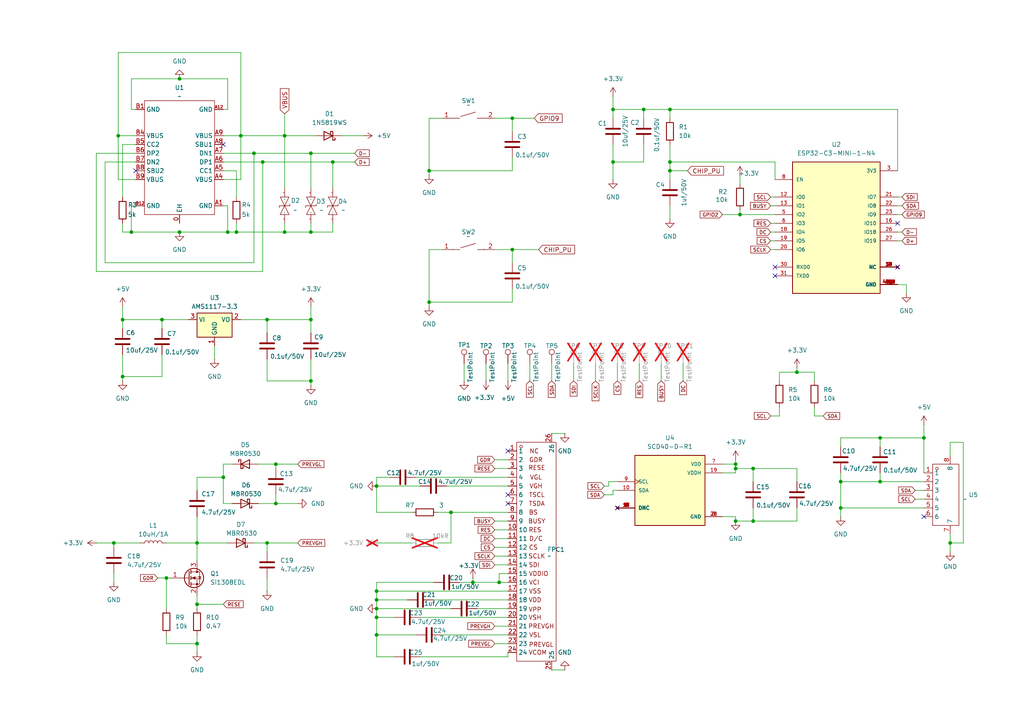
<source format=kicad_sch>
(kicad_sch (version 20250114) (generator "eeschema") (generator_version "9.0")
  (paper "A4")
  (junction (at 267.97 127))
  (junction (at 57.15 175.26))
  (junction (at 69.85 39.37))
  (junction (at 64.77 138.43))
  (junction (at 52.07 22.86))
  (junction (at 177.8 46.99))
  (junction (at 90.17 92.71))
  (junction (at 144.78 168.91))
  (junction (at 109.22 176.53))
  (junction (at 194.31 49.53))
  (junction (at 52.07 67.31))
  (junction (at 148.59 34.29))
  (junction (at 77.47 157.48))
  (junction (at 109.22 179.07))
  (junction (at 218.44 151.13))
  (junction (at 35.56 92.71))
  (junction (at 68.58 67.31))
  (junction (at 90.17 67.31))
  (junction (at 77.47 92.71))
  (junction (at 214.63 62.23))
  (junction (at 80.01 146.05))
  (junction (at 109.22 140.97))
  (junction (at 82.55 39.37))
  (junction (at 213.36 134.62))
  (junction (at 38.1 67.31))
  (junction (at 255.27 127))
  (junction (at 275.59 157.48))
  (junction (at 109.22 173.99))
  (junction (at 76.2 46.99))
  (junction (at 213.36 151.13))
  (junction (at 109.22 184.15))
  (junction (at 66.04 67.31))
  (junction (at 255.27 139.7))
  (junction (at 177.8 31.75))
  (junction (at 33.02 157.48))
  (junction (at 46.99 92.71))
  (junction (at 194.31 31.75))
  (junction (at 194.31 46.99))
  (junction (at 80.01 134.62))
  (junction (at 34.29 39.37))
  (junction (at 90.17 44.45))
  (junction (at 90.17 110.49))
  (junction (at 213.36 135.89))
  (junction (at 218.44 135.89))
  (junction (at 137.16 168.91))
  (junction (at 124.46 49.53))
  (junction (at 124.46 87.63))
  (junction (at 96.52 46.99))
  (junction (at 109.22 171.45))
  (junction (at 231.14 107.95))
  (junction (at 73.66 44.45))
  (junction (at 35.56 109.22))
  (junction (at 243.84 147.32))
  (junction (at 130.81 148.59))
  (junction (at 82.55 67.31))
  (junction (at 243.84 139.7))
  (junction (at 48.26 167.64))
  (junction (at 57.15 186.69))
  (junction (at 57.15 157.48))
  (junction (at 186.69 31.75))
  (junction (at 148.59 72.39))
  (no_connect (at 64.77 41.91))
  (no_connect (at 147.32 130.81))
  (no_connect (at 260.35 64.77))
  (no_connect (at 224.79 77.47))
  (no_connect (at 224.79 80.01))
  (no_connect (at 147.32 143.51))
  (no_connect (at 147.32 146.05))
  (no_connect (at 39.37 49.53))
  (no_connect (at 260.35 77.47))
  (no_connect (at 179.07 147.32))
  (no_connect (at 267.97 149.86))
  (wire (pts (xy 57.15 142.24) (xy 57.15 138.43)))
  (wire (pts (xy 64.77 49.53) (xy 68.58 49.53)))
  (wire (pts (xy 57.15 157.48) (xy 57.15 162.56)))
  (wire (pts (xy 143.51 186.69) (xy 147.32 186.69)))
  (wire (pts (xy 177.8 142.24) (xy 179.07 142.24)))
  (wire (pts (xy 275.59 157.48) (xy 275.59 154.94)))
  (wire (pts (xy 77.47 104.14) (xy 77.47 110.49)))
  (wire (pts (xy 209.55 62.23) (xy 214.63 62.23)))
  (wire (pts (xy 33.02 166.37) (xy 33.02 168.91)))
  (wire (pts (xy 64.77 52.07) (xy 69.85 52.07)))
  (wire (pts (xy 64.77 46.99) (xy 76.2 46.99)))
  (wire (pts (xy 73.66 44.45) (xy 90.17 44.45)))
  (wire (pts (xy 279.4 128.27) (xy 279.4 157.48)))
  (wire (pts (xy 69.85 15.24) (xy 69.85 39.37)))
  (wire (pts (xy 128.27 184.15) (xy 147.32 184.15)))
  (wire (pts (xy 209.55 134.62) (xy 213.36 134.62)))
  (wire (pts (xy 114.3 190.5) (xy 109.22 190.5)))
  (wire (pts (xy 35.56 67.31) (xy 38.1 67.31)))
  (wire (pts (xy 77.47 96.52) (xy 77.47 92.71)))
  (wire (pts (xy 120.65 138.43) (xy 147.32 138.43)))
  (wire (pts (xy 213.36 149.86) (xy 213.36 151.13)))
  (wire (pts (xy 34.29 39.37) (xy 34.29 15.24)))
  (wire (pts (xy 255.27 127) (xy 267.97 127)))
  (wire (pts (xy 66.04 67.31) (xy 68.58 67.31)))
  (wire (pts (xy 226.06 120.65) (xy 226.06 118.11)))
  (wire (pts (xy 80.01 134.62) (xy 86.36 134.62)))
  (wire (pts (xy 35.56 92.71) (xy 46.99 92.71)))
  (wire (pts (xy 166.37 105.41) (xy 166.37 110.49)))
  (wire (pts (xy 77.47 157.48) (xy 86.36 157.48)))
  (wire (pts (xy 127 148.59) (xy 130.81 148.59)))
  (wire (pts (xy 186.69 46.99) (xy 177.8 46.99)))
  (wire (pts (xy 238.76 120.65) (xy 236.22 120.65)))
  (wire (pts (xy 69.85 92.71) (xy 77.47 92.71)))
  (wire (pts (xy 255.27 127) (xy 255.27 129.54)))
  (wire (pts (xy 57.15 186.69) (xy 57.15 189.23)))
  (wire (pts (xy 143.51 151.13) (xy 147.32 151.13)))
  (wire (pts (xy 64.77 138.43) (xy 64.77 146.05)))
  (wire (pts (xy 64.77 44.45) (xy 73.66 44.45)))
  (wire (pts (xy 144.78 168.91) (xy 147.32 168.91)))
  (wire (pts (xy 255.27 139.7) (xy 267.97 139.7)))
  (wire (pts (xy 35.56 102.87) (xy 35.56 109.22)))
  (wire (pts (xy 267.97 127) (xy 267.97 137.16)))
  (wire (pts (xy 119.38 148.59) (xy 109.22 148.59)))
  (wire (pts (xy 194.31 41.91) (xy 194.31 46.99)))
  (wire (pts (xy 109.22 184.15) (xy 109.22 190.5)))
  (wire (pts (xy 109.22 157.48) (xy 119.38 157.48)))
  (wire (pts (xy 137.16 167.64) (xy 137.16 168.91)))
  (wire (pts (xy 198.12 105.41) (xy 198.12 110.49)))
  (wire (pts (xy 125.73 173.99) (xy 147.32 173.99)))
  (wire (pts (xy 96.52 67.31) (xy 90.17 67.31)))
  (wire (pts (xy 64.77 134.62) (xy 64.77 138.43)))
  (wire (pts (xy 77.47 92.71) (xy 90.17 92.71)))
  (wire (pts (xy 68.58 67.31) (xy 82.55 67.31)))
  (wire (pts (xy 74.93 134.62) (xy 80.01 134.62)))
  (wire (pts (xy 194.31 46.99) (xy 224.79 46.99)))
  (wire (pts (xy 38.1 59.69) (xy 39.37 59.69)))
  (wire (pts (xy 64.77 59.69) (xy 66.04 59.69)))
  (wire (pts (xy 90.17 67.31) (xy 82.55 67.31)))
  (wire (pts (xy 66.04 157.48) (xy 57.15 157.48)))
  (wire (pts (xy 243.84 127) (xy 255.27 127)))
  (wire (pts (xy 177.8 27.94) (xy 177.8 31.75)))
  (wire (pts (xy 57.15 157.48) (xy 57.15 149.86)))
  (wire (pts (xy 76.2 78.74) (xy 76.2 46.99)))
  (wire (pts (xy 118.11 173.99) (xy 109.22 173.99)))
  (wire (pts (xy 231.14 139.7) (xy 231.14 135.89)))
  (wire (pts (xy 57.15 186.69) (xy 57.15 184.15)))
  (wire (pts (xy 275.59 128.27) (xy 275.59 132.08)))
  (wire (pts (xy 231.14 147.32) (xy 231.14 151.13)))
  (wire (pts (xy 214.63 62.23) (xy 224.79 62.23)))
  (wire (pts (xy 109.22 173.99) (xy 109.22 176.53)))
  (wire (pts (xy 130.81 157.48) (xy 130.81 148.59)))
  (wire (pts (xy 68.58 67.31) (xy 68.58 64.77)))
  (wire (pts (xy 236.22 110.49) (xy 236.22 107.95)))
  (wire (pts (xy 147.32 190.5) (xy 147.32 189.23)))
  (wire (pts (xy 226.06 110.49) (xy 226.06 107.95)))
  (wire (pts (xy 177.8 34.29) (xy 177.8 31.75)))
  (wire (pts (xy 223.52 69.85) (xy 224.79 69.85)))
  (wire (pts (xy 82.55 39.37) (xy 91.44 39.37)))
  (wire (pts (xy 143.51 153.67) (xy 147.32 153.67)))
  (wire (pts (xy 223.52 67.31) (xy 224.79 67.31)))
  (wire (pts (xy 172.72 105.41) (xy 172.72 110.49)))
  (wire (pts (xy 243.84 139.7) (xy 243.84 147.32)))
  (wire (pts (xy 186.69 34.29) (xy 186.69 31.75)))
  (wire (pts (xy 109.22 179.07) (xy 114.3 179.07)))
  (wire (pts (xy 57.15 175.26) (xy 57.15 176.53)))
  (wire (pts (xy 214.63 60.96) (xy 214.63 62.23)))
  (wire (pts (xy 213.36 137.16) (xy 209.55 137.16)))
  (wire (pts (xy 80.01 134.62) (xy 80.01 135.89)))
  (wire (pts (xy 267.97 123.19) (xy 267.97 127)))
  (wire (pts (xy 148.59 87.63) (xy 124.46 87.63)))
  (wire (pts (xy 243.84 147.32) (xy 267.97 147.32)))
  (wire (pts (xy 130.81 148.59) (xy 147.32 148.59)))
  (wire (pts (xy 148.59 49.53) (xy 124.46 49.53)))
  (wire (pts (xy 90.17 92.71) (xy 90.17 96.52)))
  (wire (pts (xy 66.04 31.75) (xy 64.77 31.75)))
  (wire (pts (xy 260.35 59.69) (xy 261.62 59.69)))
  (wire (pts (xy 64.77 146.05) (xy 67.31 146.05)))
  (wire (pts (xy 67.31 134.62) (xy 64.77 134.62)))
  (wire (pts (xy 34.29 15.24) (xy 69.85 15.24)))
  (wire (pts (xy 243.84 127) (xy 243.84 129.54)))
  (wire (pts (xy 218.44 135.89) (xy 213.36 135.89)))
  (wire (pts (xy 143.51 135.89) (xy 147.32 135.89)))
  (wire (pts (xy 236.22 120.65) (xy 236.22 118.11)))
  (wire (pts (xy 38.1 59.69) (xy 38.1 67.31)))
  (wire (pts (xy 80.01 143.51) (xy 80.01 146.05)))
  (wire (pts (xy 176.53 139.7) (xy 179.07 139.7)))
  (wire (pts (xy 38.1 67.31) (xy 52.07 67.31)))
  (wire (pts (xy 27.94 44.45) (xy 27.94 78.74)))
  (wire (pts (xy 133.35 168.91) (xy 137.16 168.91)))
  (wire (pts (xy 179.07 105.41) (xy 179.07 110.49)))
  (wire (pts (xy 74.93 146.05) (xy 80.01 146.05)))
  (wire (pts (xy 45.72 167.64) (xy 48.26 167.64)))
  (wire (pts (xy 124.46 72.39) (xy 124.46 87.63)))
  (wire (pts (xy 160.02 105.41) (xy 160.02 110.49)))
  (wire (pts (xy 148.59 76.2) (xy 148.59 72.39)))
  (wire (pts (xy 191.77 105.41) (xy 191.77 110.49)))
  (wire (pts (xy 66.04 22.86) (xy 52.07 22.86)))
  (wire (pts (xy 223.52 57.15) (xy 224.79 57.15)))
  (wire (pts (xy 34.29 39.37) (xy 39.37 39.37)))
  (wire (pts (xy 27.94 157.48) (xy 33.02 157.48)))
  (wire (pts (xy 128.27 72.39) (xy 124.46 72.39)))
  (wire (pts (xy 194.31 59.69) (xy 194.31 63.5)))
  (wire (pts (xy 129.54 140.97) (xy 147.32 140.97)))
  (wire (pts (xy 35.56 109.22) (xy 35.56 110.49)))
  (wire (pts (xy 109.22 184.15) (xy 120.65 184.15)))
  (wire (pts (xy 243.84 139.7) (xy 255.27 139.7)))
  (wire (pts (xy 48.26 167.64) (xy 48.26 176.53)))
  (wire (pts (xy 121.92 179.07) (xy 147.32 179.07)))
  (wire (pts (xy 148.59 38.1) (xy 148.59 34.29)))
  (wire (pts (xy 209.55 149.86) (xy 213.36 149.86)))
  (wire (pts (xy 64.77 39.37) (xy 69.85 39.37)))
  (wire (pts (xy 143.51 133.35) (xy 147.32 133.35)))
  (wire (pts (xy 109.22 171.45) (xy 109.22 173.99)))
  (wire (pts (xy 35.56 88.9) (xy 35.56 92.71)))
  (wire (pts (xy 186.69 41.91) (xy 186.69 46.99)))
  (wire (pts (xy 243.84 137.16) (xy 243.84 139.7)))
  (wire (pts (xy 48.26 157.48) (xy 57.15 157.48)))
  (wire (pts (xy 48.26 167.64) (xy 49.53 167.64)))
  (wire (pts (xy 177.8 142.24) (xy 177.8 143.51)))
  (wire (pts (xy 260.35 67.31) (xy 261.62 67.31)))
  (wire (pts (xy 223.52 72.39) (xy 224.79 72.39)))
  (wire (pts (xy 90.17 110.49) (xy 90.17 111.76)))
  (wire (pts (xy 147.32 171.45) (xy 109.22 171.45)))
  (wire (pts (xy 35.56 41.91) (xy 35.56 57.15)))
  (wire (pts (xy 260.35 57.15) (xy 261.62 57.15)))
  (wire (pts (xy 218.44 147.32) (xy 218.44 151.13)))
  (wire (pts (xy 40.64 157.48) (xy 33.02 157.48)))
  (wire (pts (xy 27.94 78.74) (xy 76.2 78.74)))
  (wire (pts (xy 143.51 181.61) (xy 147.32 181.61)))
  (wire (pts (xy 194.31 31.75) (xy 260.35 31.75)))
  (wire (pts (xy 185.42 105.41) (xy 185.42 110.49)))
  (wire (pts (xy 121.92 190.5) (xy 147.32 190.5)))
  (wire (pts (xy 77.47 157.48) (xy 77.47 160.02)))
  (wire (pts (xy 109.22 179.07) (xy 109.22 184.15)))
  (wire (pts (xy 243.84 149.86) (xy 243.84 147.32)))
  (wire (pts (xy 255.27 137.16) (xy 255.27 139.7)))
  (wire (pts (xy 48.26 186.69) (xy 57.15 186.69)))
  (wire (pts (xy 177.8 46.99) (xy 177.8 52.07)))
  (wire (pts (xy 231.14 151.13) (xy 218.44 151.13)))
  (wire (pts (xy 265.43 144.78) (xy 267.97 144.78)))
  (wire (pts (xy 124.46 34.29) (xy 124.46 49.53)))
  (wire (pts (xy 148.59 34.29) (xy 143.51 34.29)))
  (wire (pts (xy 213.36 134.62) (xy 213.36 135.89)))
  (wire (pts (xy 231.14 107.95) (xy 231.14 106.68)))
  (wire (pts (xy 66.04 31.75) (xy 66.04 22.86)))
  (wire (pts (xy 57.15 172.72) (xy 57.15 175.26)))
  (wire (pts (xy 186.69 31.75) (xy 194.31 31.75)))
  (wire (pts (xy 176.53 139.7) (xy 176.53 140.97)))
  (wire (pts (xy 57.15 175.26) (xy 64.77 175.26)))
  (wire (pts (xy 127 157.48) (xy 130.81 157.48)))
  (wire (pts (xy 194.31 49.53) (xy 194.31 52.07)))
  (wire (pts (xy 236.22 107.95) (xy 231.14 107.95)))
  (wire (pts (xy 176.53 140.97) (xy 175.26 140.97)))
  (wire (pts (xy 109.22 176.53) (xy 130.81 176.53)))
  (wire (pts (xy 177.8 31.75) (xy 186.69 31.75)))
  (wire (pts (xy 194.31 46.99) (xy 194.31 49.53)))
  (wire (pts (xy 62.23 100.33) (xy 62.23 104.14)))
  (wire (pts (xy 265.43 142.24) (xy 267.97 142.24)))
  (wire (pts (xy 96.52 46.99) (xy 96.52 54.61)))
  (wire (pts (xy 213.36 133.35) (xy 213.36 134.62)))
  (wire (pts (xy 90.17 44.45) (xy 102.87 44.45)))
  (wire (pts (xy 68.58 49.53) (xy 68.58 57.15)))
  (wire (pts (xy 77.47 167.64) (xy 77.47 171.45)))
  (wire (pts (xy 153.67 105.41) (xy 153.67 110.49)))
  (wire (pts (xy 80.01 146.05) (xy 86.36 146.05)))
  (wire (pts (xy 260.35 49.53) (xy 260.35 31.75)))
  (wire (pts (xy 218.44 151.13) (xy 213.36 151.13)))
  (wire (pts (xy 143.51 161.29) (xy 147.32 161.29)))
  (wire (pts (xy 90.17 44.45) (xy 90.17 54.61)))
  (wire (pts (xy 39.37 52.07) (xy 34.29 52.07)))
  (wire (pts (xy 30.48 46.99) (xy 30.48 76.2)))
  (wire (pts (xy 262.89 85.09) (xy 262.89 82.55)))
  (wire (pts (xy 35.56 92.71) (xy 35.56 95.25)))
  (wire (pts (xy 69.85 52.07) (xy 69.85 39.37)))
  (wire (pts (xy 148.59 34.29) (xy 154.94 34.29)))
  (wire (pts (xy 140.97 105.41) (xy 140.97 110.49)))
  (wire (pts (xy 66.04 59.69) (xy 66.04 67.31)))
  (wire (pts (xy 137.16 168.91) (xy 144.78 168.91)))
  (wire (pts (xy 34.29 52.07) (xy 34.29 39.37)))
  (wire (pts (xy 143.51 158.75) (xy 147.32 158.75)))
  (wire (pts (xy 30.48 76.2) (xy 73.66 76.2)))
  (wire (pts (xy 90.17 88.9) (xy 90.17 92.71)))
  (wire (pts (xy 160.02 194.31) (xy 163.83 194.31)))
  (wire (pts (xy 69.85 39.37) (xy 82.55 39.37)))
  (wire (pts (xy 109.22 148.59) (xy 109.22 140.97)))
  (wire (pts (xy 177.8 41.91) (xy 177.8 46.99)))
  (wire (pts (xy 275.59 128.27) (xy 279.4 128.27)))
  (wire (pts (xy 46.99 92.71) (xy 54.61 92.71)))
  (wire (pts (xy 90.17 64.77) (xy 90.17 67.31)))
  (wire (pts (xy 160.02 125.73) (xy 163.83 125.73)))
  (wire (pts (xy 194.31 49.53) (xy 199.39 49.53)))
  (wire (pts (xy 231.14 135.89) (xy 218.44 135.89)))
  (wire (pts (xy 194.31 31.75) (xy 194.31 34.29)))
  (wire (pts (xy 33.02 157.48) (xy 33.02 158.75)))
  (wire (pts (xy 147.32 105.41) (xy 147.32 110.49)))
  (wire (pts (xy 73.66 157.48) (xy 77.47 157.48)))
  (wire (pts (xy 77.47 110.49) (xy 90.17 110.49)))
  (wire (pts (xy 226.06 107.95) (xy 231.14 107.95)))
  (wire (pts (xy 113.03 138.43) (xy 109.22 138.43)))
  (wire (pts (xy 148.59 83.82) (xy 148.59 87.63)))
  (wire (pts (xy 125.73 168.91) (xy 109.22 168.91)))
  (wire (pts (xy 275.59 160.02) (xy 275.59 157.48)))
  (wire (pts (xy 46.99 95.25) (xy 46.99 92.71)))
  (wire (pts (xy 262.89 82.55) (xy 260.35 82.55)))
  (wire (pts (xy 279.4 157.48) (xy 275.59 157.48)))
  (wire (pts (xy 224.79 46.99) (xy 224.79 52.07)))
  (wire (pts (xy 124.46 87.63) (xy 124.46 88.9)))
  (wire (pts (xy 214.63 50.8) (xy 214.63 53.34)))
  (wire (pts (xy 124.46 34.29) (xy 128.27 34.29)))
  (wire (pts (xy 46.99 102.87) (xy 46.99 109.22)))
  (wire (pts (xy 82.55 39.37) (xy 82.55 54.61)))
  (wire (pts (xy 35.56 67.31) (xy 35.56 64.77)))
  (wire (pts (xy 109.22 176.53) (xy 109.22 179.07)))
  (wire (pts (xy 124.46 49.53) (xy 124.46 50.8)))
  (wire (pts (xy 218.44 139.7) (xy 218.44 135.89)))
  (wire (pts (xy 96.52 46.99) (xy 102.87 46.99)))
  (wire (pts (xy 213.36 135.89) (xy 213.36 137.16)))
  (wire (pts (xy 147.32 166.37) (xy 144.78 166.37)))
  (wire (pts (xy 99.06 39.37) (xy 105.41 39.37)))
  (wire (pts (xy 48.26 184.15) (xy 48.26 186.69)))
  (wire (pts (xy 134.62 105.41) (xy 134.62 110.49)))
  (wire (pts (xy 82.55 33.02) (xy 82.55 39.37)))
  (wire (pts (xy 38.1 22.86) (xy 52.07 22.86)))
  (wire (pts (xy 82.55 64.77) (xy 82.55 67.31)))
  (wire (pts (xy 148.59 72.39) (xy 143.51 72.39)))
  (wire (pts (xy 109.22 138.43) (xy 109.22 140.97)))
  (wire (pts (xy 144.78 166.37) (xy 144.78 168.91)))
  (wire (pts (xy 39.37 41.91) (xy 35.56 41.91)))
  (wire (pts (xy 46.99 109.22) (xy 35.56 109.22)))
  (wire (pts (xy 260.35 69.85) (xy 261.62 69.85)))
  (wire (pts (xy 39.37 46.99) (xy 30.48 46.99)))
  (wire (pts (xy 76.2 46.99) (xy 96.52 46.99)))
  (wire (pts (xy 143.51 163.83) (xy 147.32 163.83)))
  (wire (pts (xy 90.17 104.14) (xy 90.17 110.49)))
  (wire (pts (xy 38.1 31.75) (xy 38.1 22.86)))
  (wire (pts (xy 109.22 140.97) (xy 121.92 140.97)))
  (wire (pts (xy 143.51 156.21) (xy 147.32 156.21)))
  (wire (pts (xy 39.37 44.45) (xy 27.94 44.45)))
  (wire (pts (xy 52.07 67.31) (xy 66.04 67.31)))
  (wire (pts (xy 109.22 168.91) (xy 109.22 171.45)))
  (wire (pts (xy 260.35 62.23) (xy 261.62 62.23)))
  (wire (pts (xy 96.52 64.77) (xy 96.52 67.31)))
  (wire (pts (xy 223.52 59.69) (xy 224.79 59.69)))
  (wire (pts (xy 73.66 76.2) (xy 73.66 44.45)))
  (wire (pts (xy 148.59 72.39) (xy 156.21 72.39)))
  (wire (pts (xy 223.52 64.77) (xy 224.79 64.77)))
  (wire (pts (xy 223.52 120.65) (xy 226.06 120.65)))
  (wire (pts (xy 57.15 138.43) (xy 64.77 138.43)))
  (wire (pts (xy 177.8 143.51) (xy 175.26 143.51)))
  (wire (pts (xy 138.43 176.53) (xy 147.32 176.53)))
  (wire (pts (xy 148.59 45.72) (xy 148.59 49.53)))
  (wire (pts (xy 38.1 31.75) (xy 39.37 31.75)))
  (global_label "VBUS" (shape input) (at 82.55 33.02 90) (property "Intersheetrefs" "${INTERSHEET_REFS}" (effects (hide yes))))
  (global_label "SCL" (shape input) (at 265.43 144.78 180) (effects (font (size 1.016 1.016))) (property "Intersheetrefs" "${INTERSHEET_REFS}" (effects (hide yes))))
  (global_label "SCL" (shape input) (at 223.52 57.15 180) (effects (font (size 1.016 1.016))) (property "Intersheetrefs" "${INTERSHEET_REFS}" (effects (hide yes))))
  (global_label "CHIP_PU" (shape input) (at 156.21 72.39 0) (property "Intersheetrefs" "${INTERSHEET_REFS}" (effects (hide yes))))
  (global_label "PREVGH" (shape input) (at 86.36 157.48 0) (effects (font (size 1.016 1.016))) (property "Intersheetrefs" "${INTERSHEET_REFS}" (effects (hide yes))))
  (global_label "CS" (shape input) (at 143.51 158.75 180) (effects (font (size 1.016 1.016))) (property "Intersheetrefs" "${INTERSHEET_REFS}" (effects (hide yes))))
  (global_label "PREVGH" (shape input) (at 143.51 181.61 180) (effects (font (size 1.016 1.016))) (property "Intersheetrefs" "${INTERSHEET_REFS}" (effects (hide yes))))
  (global_label "GPIO9" (shape input) (at 154.94 34.29 0) (property "Intersheetrefs" "${INTERSHEET_REFS}" (effects (hide yes))))
  (global_label "SDI" (shape input) (at 261.62 57.15 0) (effects (font (size 1.016 1.016))) (property "Intersheetrefs" "${INTERSHEET_REFS}" (effects (hide yes))))
  (global_label "CS" (shape input) (at 179.07 110.49 270) (effects (font (size 1.016 1.016))) (property "Intersheetrefs" "${INTERSHEET_REFS}" (effects (hide yes))))
  (global_label "SCL" (shape input) (at 153.67 110.49 270) (effects (font (size 1.016 1.016))) (property "Intersheetrefs" "${INTERSHEET_REFS}" (effects (hide yes))))
  (global_label "SCL" (shape input) (at 223.52 120.65 180) (effects (font (size 1.016 1.016))) (property "Intersheetrefs" "${INTERSHEET_REFS}" (effects (hide yes))))
  (global_label "SDI" (shape input) (at 166.37 110.49 270) (effects (font (size 1.016 1.016))) (property "Intersheetrefs" "${INTERSHEET_REFS}" (effects (hide yes))))
  (global_label "SCLK" (shape input) (at 143.51 161.29 180) (effects (font (size 1.016 1.016))) (property "Intersheetrefs" "${INTERSHEET_REFS}" (effects (hide yes))))
  (global_label "SCLK" (shape input) (at 172.72 110.49 270) (effects (font (size 1.016 1.016))) (property "Intersheetrefs" "${INTERSHEET_REFS}" (effects (hide yes))))
  (global_label "DC" (shape input) (at 198.12 110.49 270) (effects (font (size 1.016 1.016))) (property "Intersheetrefs" "${INTERSHEET_REFS}" (effects (hide yes))))
  (global_label "RES" (shape input) (at 143.51 153.67 180) (effects (font (size 1.016 1.016))) (property "Intersheetrefs" "${INTERSHEET_REFS}" (effects (hide yes))))
  (global_label "CHIP_PU" (shape input) (at 199.39 49.53 0) (property "Intersheetrefs" "${INTERSHEET_REFS}" (effects (hide yes))))
  (global_label "SDA" (shape input) (at 265.43 142.24 180) (effects (font (size 1.016 1.016))) (property "Intersheetrefs" "${INTERSHEET_REFS}" (effects (hide yes))))
  (global_label "PREVGL" (shape input) (at 86.36 134.62 0) (effects (font (size 1.016 1.016))) (property "Intersheetrefs" "${INTERSHEET_REFS}" (effects (hide yes))))
  (global_label "GPIO2" (shape input) (at 209.55 62.23 180) (effects (font (size 1.016 1.016))) (property "Intersheetrefs" "${INTERSHEET_REFS}" (effects (hide yes))))
  (global_label "D-" (shape input) (at 261.62 67.31 0) (effects (font (size 1.016 1.016))) (property "Intersheetrefs" "${INTERSHEET_REFS}" (effects (hide yes))))
  (global_label "RESE" (shape input) (at 64.77 175.26 0) (effects (font (size 1.016 1.016))) (property "Intersheetrefs" "${INTERSHEET_REFS}" (effects (hide yes))))
  (global_label "GPIO9" (shape input) (at 261.62 62.23 0) (effects (font (size 1.016 1.016))) (property "Intersheetrefs" "${INTERSHEET_REFS}" (effects (hide yes))))
  (global_label "RES" (shape input) (at 223.52 64.77 180) (effects (font (size 1.016 1.016))) (property "Intersheetrefs" "${INTERSHEET_REFS}" (effects (hide yes))))
  (global_label "SCLK" (shape input) (at 223.52 72.39 180) (effects (font (size 1.016 1.016))) (property "Intersheetrefs" "${INTERSHEET_REFS}" (effects (hide yes))))
  (global_label "DC" (shape input) (at 143.51 156.21 180) (effects (font (size 1.016 1.016))) (property "Intersheetrefs" "${INTERSHEET_REFS}" (effects (hide yes))))
  (global_label "SDA" (shape input) (at 175.26 143.51 180) (effects (font (size 1.016 1.016))) (property "Intersheetrefs" "${INTERSHEET_REFS}" (effects (hide yes))))
  (global_label "BUSY" (shape input) (at 223.52 59.69 180) (effects (font (size 1.016 1.016))) (property "Intersheetrefs" "${INTERSHEET_REFS}" (effects (hide yes))))
  (global_label "SDA" (shape input) (at 160.02 110.49 270) (effects (font (size 1.016 1.016))) (property "Intersheetrefs" "${INTERSHEET_REFS}" (effects (hide yes))))
  (global_label "SDA" (shape input) (at 238.76 120.65 0) (effects (font (size 1.016 1.016))) (property "Intersheetrefs" "${INTERSHEET_REFS}" (effects (hide yes))))
  (global_label "DC" (shape input) (at 223.52 67.31 180) (effects (font (size 1.016 1.016))) (property "Intersheetrefs" "${INTERSHEET_REFS}" (effects (hide yes))))
  (global_label "D+" (shape input) (at 261.62 69.85 0) (effects (font (size 1.016 1.016))) (property "Intersheetrefs" "${INTERSHEET_REFS}" (effects (hide yes))))
  (global_label "SDA" (shape input) (at 261.62 59.69 0) (effects (font (size 1.016 1.016))) (property "Intersheetrefs" "${INTERSHEET_REFS}" (effects (hide yes))))
  (global_label "D+" (shape input) (at 102.87 46.99 0) (effects (font (size 1.016 1.016))) (property "Intersheetrefs" "${INTERSHEET_REFS}" (effects (hide yes))))
  (global_label "SDI" (shape input) (at 143.51 163.83 180) (effects (font (size 1.016 1.016))) (property "Intersheetrefs" "${INTERSHEET_REFS}" (effects (hide yes))))
  (global_label "GDR" (shape input) (at 45.72 167.64 180) (effects (font (size 1.016 1.016))) (property "Intersheetrefs" "${INTERSHEET_REFS}" (effects (hide yes))))
  (global_label "RESE" (shape input) (at 143.51 135.89 180) (effects (font (size 1.016 1.016))) (property "Intersheetrefs" "${INTERSHEET_REFS}" (effects (hide yes))))
  (global_label "D-" (shape input) (at 102.87 44.45 0) (effects (font (size 1.016 1.016))) (property "Intersheetrefs" "${INTERSHEET_REFS}" (effects (hide yes))))
  (global_label "PREVGL" (shape input) (at 143.51 186.69 180) (effects (font (size 1.016 1.016))) (property "Intersheetrefs" "${INTERSHEET_REFS}" (effects (hide yes))))
  (global_label "BUSY" (shape input) (at 191.77 110.49 270) (effects (font (size 1.016 1.016))) (property "Intersheetrefs" "${INTERSHEET_REFS}" (effects (hide yes))))
  (global_label "SCL" (shape input) (at 175.26 140.97 180) (effects (font (size 1.016 1.016))) (property "Intersheetrefs" "${INTERSHEET_REFS}" (effects (hide yes))))
  (global_label "RES" (shape input) (at 185.42 110.49 270) (effects (font (size 1.016 1.016))) (property "Intersheetrefs" "${INTERSHEET_REFS}" (effects (hide yes))))
  (global_label "CS" (shape input) (at 223.52 69.85 180) (effects (font (size 1.016 1.016))) (property "Intersheetrefs" "${INTERSHEET_REFS}" (effects (hide yes))))
  (global_label "BUSY" (shape input) (at 143.51 151.13 180) (effects (font (size 1.016 1.016))) (property "Intersheetrefs" "${INTERSHEET_REFS}" (effects (hide yes))))
  (global_label "GDR" (shape input) (at 143.51 133.35 180) (effects (font (size 1.016 1.016))) (property "Intersheetrefs" "${INTERSHEET_REFS}" (effects (hide yes))))
  (symbol (lib_id "power:GND") (at 109.22 140.97 270) (unit 1)
    (property "Reference" "#PWR023" (effects (hide yes)))
    (property "Value" "GND" (at 105.41 140.9699 90) (effects (justify right)))
    (property "Description" "Power symbol creates a global label with name \"GND\" , ground" (effects (hide yes)))
  )
  (symbol (lib_id "Device:C") (at 134.62 176.53 270) (unit 1)
    (property "Reference" "C22" (at 137.16 175.26 90))
    (property "Value" "1uf/50V" (at 139.954 177.8 90))
    (property "Footprint" "Capacitor_SMD:C_0603_1608Metric" (effects (hide yes)))
    (property "Description" "Unpolarized capacitor" (effects (hide yes)))
  )
  (symbol (lib_id "power:GND") (at 90.17 111.76 0) (unit 1)
    (property "Reference" "#PWR019" (effects (hide yes)))
    (property "Value" "GND" (at 90.17 116.84 0))
    (property "Description" "Power symbol creates a global label with name \"GND\" , ground" (effects (hide yes)))
  )
  (symbol (lib_id "Device:C") (at 116.84 138.43 90) (unit 1)
    (property "Reference" "C12" (at 114.046 137.16 90))
    (property "Value" "4.7uf/25V" (at 123.19 137.16 90))
    (property "Footprint" "Capacitor_SMD:C_0603_1608Metric" (effects (hide yes)))
    (property "Description" "Unpolarized capacitor" (effects (hide yes)))
  )
  (symbol (lib_id "Device:C") (at 194.31 55.88 180) (unit 1)
    (property "Reference" "C4" (at 191.516 53.594 0))
    (property "Value" "1uf/50V" (at 198.374 55.88 90))
    (property "Footprint" "Capacitor_SMD:C_0603_1608Metric" (effects (hide yes)))
    (property "Description" "Unpolarized capacitor" (effects (hide yes)))
  )
  (symbol (lib_id "power:+5V") (at 35.56 88.9 0) (unit 1)
    (property "Reference" "#PWR010" (effects (hide yes)))
    (property "Value" "+5V" (at 35.56 83.82 0))
    (property "Description" "Power symbol creates a global label with name \"+5V\"" (effects (hide yes)))
  )
  (symbol (lib_id "Connector:TestPoint") (at 185.42 105.41 0) (unit 1) (in_bom no) (on_board no) (dnp yes)
    (property "Reference" "TP9" (at 183.642 100.33 0) (effects (justify left)))
    (property "Value" "TestPoint" (at 187.198 110.998 90) (effects (justify left)))
    (property "Footprint" "TestPoint:TestPoint_Pad_D1.5mm" (effects (hide yes)))
    (property "Description" "test point" (effects (hide yes)))
  )
  (symbol (lib_id "Diode:1N5819WS") (at 95.25 39.37 180) (unit 1)
    (property "Reference" "D1" (at 95.5675 33.02 0))
    (property "Value" "1N5819WS" (at 95.5675 35.56 0))
    (property "Footprint" "Diode_SMD:D_SOD-323" (effects (hide yes)))
    (property "Datasheet" "https://datasheet.lcsc.com/lcsc/2204281430_Guangdong-Hottech-1N5819WS_C191023.pdf" (effects (hide yes)))
    (property "Description" "40V 600mV@1A 1A SOD-323 Schottky Barrier Diodes, SOD-323" (effects (hide yes)))
  )
  (symbol (lib_id "power:GND") (at 275.59 160.02 0) (unit 1)
    (property "Reference" "#PWR029" (effects (hide yes)))
    (property "Value" "GND" (at 275.59 164.338 0))
    (property "Description" "Power symbol creates a global label with name \"GND\" , ground" (effects (hide yes)))
  )
  (symbol (lib_id "Connector:TestPoint") (at 179.07 105.41 0) (unit 1) (in_bom no) (on_board no) (dnp yes)
    (property "Reference" "TP8" (at 177.292 100.33 0) (effects (justify left)))
    (property "Value" "TestPoint" (at 180.848 110.998 90) (effects (justify left)))
    (property "Footprint" "TestPoint:TestPoint_Pad_D1.5mm" (effects (hide yes)))
    (property "Description" "test point" (effects (hide yes)))
  )
  (symbol (lib_id "power:+3.3V") (at 140.97 110.49 180) (unit 1)
    (property "Reference" "#PWR017" (effects (hide yes)))
    (property "Value" "+3.3V" (at 140.462 115.316 0))
    (property "Description" "Power symbol creates a global label with name \"+3.3V\"" (effects (hide yes)))
  )
  (symbol (lib_id "Connector:TestPoint") (at 134.62 105.41 0) (unit 1)
    (property "Reference" "TP1" (at 132.842 100.076 0) (effects (justify left)))
    (property "Value" "TestPoint" (at 136.398 110.998 90) (effects (justify left)))
    (property "Footprint" "TestPoint:TestPoint_Pad_D1.5mm" (effects (hide yes)))
    (property "Description" "test point" (effects (hide yes)))
  )
  (symbol (lib_id "Device:C") (at 243.84 133.35 180) (unit 1)
    (property "Reference" "C10" (at 246.126 130.81 0))
    (property "Value" "4.7uf/25V" (at 249.428 135.89 0))
    (property "Footprint" "Capacitor_SMD:C_0603_1608Metric" (effects (hide yes)))
    (property "Description" "Unpolarized capacitor" (effects (hide yes)))
  )
  (symbol (lib_id "Device:C") (at 177.8 38.1 180) (unit 1)
    (property "Reference" "C1" (at 174.752 35.814 0))
    (property "Value" "10uf/25V" (at 181.356 38.1 90))
    (property "Footprint" "Capacitor_SMD:C_0603_1608Metric" (effects (hide yes)))
    (property "Description" "Unpolarized capacitor" (effects (hide yes)))
  )
  (symbol (lib_id "power:GND") (at 163.83 194.31 180) (unit 1)
    (property "Reference" "#PWR035" (effects (hide yes)))
    (property "Value" "GND" (at 163.83 189.23 0))
    (property "Description" "Power symbol creates a global label with name \"GND\" , ground" (effects (hide yes)))
  )
  (symbol (lib_id "power:GND") (at 163.83 125.73 0) (unit 1)
    (property "Reference" "#PWR021" (effects (hide yes)))
    (property "Value" "GND" (at 163.83 130.81 0))
    (property "Description" "Power symbol creates a global label with name \"GND\" , ground" (effects (hide yes)))
  )
  (symbol (lib_id "power:GND") (at 77.47 171.45 0) (unit 1)
    (property "Reference" "#PWR032" (effects (hide yes)))
    (property "Value" "GND" (at 77.47 176.53 0))
    (property "Description" "Power symbol creates a global label with name \"GND\" , ground" (effects (hide yes)))
  )
  (symbol (lib_id "Device:C") (at 148.59 41.91 0) (unit 1)
    (property "Reference" "C3" (at 151.384 39.624 0))
    (property "Value" "0.1uf/50V" (at 154.432 44.958 0))
    (property "Footprint" "Capacitor_SMD:C_0603_1608Metric" (effects (hide yes)))
    (property "Description" "Unpolarized capacitor" (effects (hide yes)))
  )
  (symbol (lib_id "Device:L") (at 44.45 157.48 90) (unit 1)
    (property "Reference" "L1" (at 44.45 152.4 90))
    (property "Value" "10uH/1A" (at 44.45 154.94 90))
    (property "Footprint" "Inductor_SMD:L_1210_3225Metric" (effects (hide yes)))
    (property "Description" "Inductor" (effects (hide yes)))
  )
  (symbol (lib_id "XUNPU TS-1088-AR02016:TS-1088-AR02016") (at 135.89 72.39 0) (unit 1)
    (property "Reference" "SW2" (at 135.89 67.31 0))
    (property "Value" "~" (at 135.89 68.58 0))
    (property "Footprint" "Project Footprints:SW-SMD_L3.9-W3.0-P4.45" (effects (hide yes)))
    (property "Datasheet" "https://atta.szlcsc.com/upload/public/pdf/source/20200810/C720475_60D09DD6C54279ADDB2DC25100F1CC11.pdf" (effects (hide yes)))
    (property "Description" "Circuit:SPST Actuator Style:Round Button Operating Force:160gf Mounting Style:Brick nogging Switch Length:4mm Switch Width:3mm Switch Height:2mm Strike Gundam:不带 Contact Current:50mA Voltage Rating (DC):12V Insulation Resistance:100MΩ Actuator/Cap Color:B" (effects (hide yes)))
    (property "Manufacturer Part" "TS-1088-AR02016" (effects (hide yes)))
    (property "Manufacturer" "XUNPU(讯普)" (effects (hide yes)))
    (property "Supplier Part" "C720477" (effects (hide yes)))
    (property "Supplier" "LCSC" (effects (hide yes)))
    (property "LCSC Part Name" "4*3*2mm 立贴 轻触开关" (effects (hide yes)))
  )
  (symbol (lib_id "Device:R") (at 35.56 60.96 180) (unit 1)
    (property "Reference" "R3" (at 37.084 59.436 0) (effects (justify right)))
    (property "Value" "5k" (at 37.084 62.23 0) (effects (justify right)))
    (property "Footprint" "Resistor_SMD:R_0402_1005Metric" (effects (hide yes)))
    (property "Description" "Resistor" (effects (hide yes)))
  )
  (symbol (lib_id "power:GND") (at 35.56 110.49 0) (unit 1)
    (property "Reference" "#PWR015" (effects (hide yes)))
    (property "Value" "GND" (at 35.56 115.57 0))
    (property "Description" "Power symbol creates a global label with name \"GND\" , ground" (effects (hide yes)))
  )
  (symbol (lib_id "Device:C") (at 90.17 100.33 180) (unit 1)
    (property "Reference" "C9" (at 92.456 97.79 0))
    (property "Value" "10uf/25V" (at 95.758 102.87 0))
    (property "Footprint" "Capacitor_SMD:C_0603_1608Metric" (effects (hide yes)))
    (property "Description" "Unpolarized capacitor" (effects (hide yes)))
  )
  (symbol (lib_id "Device:C") (at 125.73 140.97 90) (unit 1)
    (property "Reference" "C14" (at 123.19 139.7 90))
    (property "Value" "4.7uf/25V" (at 132.08 139.7 90))
    (property "Footprint" "Capacitor_SMD:C_0603_1608Metric" (effects (hide yes)))
    (property "Description" "Unpolarized capacitor" (effects (hide yes)))
  )
  (symbol (lib_id "Device:C") (at 33.02 162.56 0) (unit 1)
    (property "Reference" "C18" (at 36.83 161.2899 0) (effects (justify left)))
    (property "Value" "4.7uf/25V" (at 36.83 163.8299 0) (effects (justify left)))
    (property "Footprint" "Capacitor_SMD:C_0603_1608Metric" (effects (hide yes)))
    (property "Description" "Unpolarized capacitor" (effects (hide yes)))
  )
  (symbol (lib_id "power:+3.3V") (at 214.63 50.8 0) (unit 1)
    (property "Reference" "#PWR05" (effects (hide yes)))
    (property "Value" "+3.3V" (at 217.17 50.292 0))
    (property "Description" "Power symbol creates a global label with name \"+3.3V\"" (effects (hide yes)))
  )
  (symbol (lib_id "LRC LESD5D5.0CT1G:LESD5D5.0CT1G") (at 90.17 59.69 90) (unit 1)
    (property "Reference" "D3" (at 91.694 58.42 90) (effects (justify right)))
    (property "Value" "~" (at 92.71 60.96 90) (effects (justify right)))
    (property "Footprint" "Project Footprints:SOD-523_L1.2-W0.8-LS1.6-BI" (effects (hide yes)))
    (property "Datasheet" "https://atta.szlcsc.com/upload/public/pdf/source/20190807/C383211_633DF4B4E2C161403226E5235FE33A1C.pdf" (effects (hide yes)))
    (property "Description" "polarity:Bidirectional Reverse Stand-Off Voltage (Vrwm):5V Maximum Clamping Voltage:18.6V Peak Pulse Current (Ipp):9.4A Breakdown Voltage:5.6V Type:ESD" (effects (hide yes)))
    (property "Manufacturer Part" "LESD5D5.0CT1G" (effects (hide yes)))
    (property "Manufacturer" "LRC(乐山无线电)" (effects (hide yes)))
    (property "Supplier Part" "C383211" (effects (hide yes)))
    (property "Supplier" "LCSC" (effects (hide yes)))
    (property "LCSC Part Name" "双向ESD" (effects (hide yes)))
  )
  (symbol (lib_id "TYPE-C 16PLT-H10:TYPE-C 16PLT-H10.0") (at 52.07 46.99 0) (unit 1)
    (property "Reference" "U1" (at 52.07 25.4 0))
    (property "Value" "~" (at 52.07 27.94 0))
    (property "Footprint" "Project Footprints:TYPE-C-SMD_USB4120-03-C" (effects (hide yes)))
    (property "Datasheet" "https://atta.szlcsc.com/upload/public/pdf/source/20220627/29253729C3C7BA78ED37A3D91B55CE65.pdf" (effects (hide yes)))
    (property "Description" "Connector Type:Type-C Standard:USB 3.1 Gender:Female Mounting Style:Standing paste Number of Contacts:16P Number of Ports:1 Current Rating - Power (Max):5A Contact Material:- Contact Plating:- Operating Temperature Range:-40°C~+85°C Operating Temperature Ra" (effects (hide yes)))
    (property "Manufacturer Part" "TYPE-C 16PLT-H10.0" (effects (hide yes)))
    (property "Manufacturer" "SHOU HAN(首韩)" (effects (hide yes)))
    (property "Supplier Part" "C3151749" (effects (hide yes)))
    (property "Supplier" "LCSC" (effects (hide yes)))
    (property "LCSC Part Name" "Type-C 母 立贴" (effects (hide yes)))
  )
  (symbol (lib_id "Connector:TestPoint") (at 198.12 105.41 0) (unit 1) (in_bom no) (on_board no) (dnp yes)
    (property "Reference" "TP11" (at 196.342 100.33 0) (effects (justify left)))
    (property "Value" "TestPoint" (at 199.898 110.998 90) (effects (justify left)))
    (property "Footprint" "TestPoint:TestPoint_Pad_D1.5mm" (effects (hide yes)))
    (property "Description" "test point" (effects (hide yes)))
  )
  (symbol (lib_id "Device:R") (at 123.19 148.59 270) (unit 1)
    (property "Reference" "R7" (at 118.872 146.558 90))
    (property "Value" "3" (at 128.016 146.558 90))
    (property "Footprint" "Resistor_SMD:R_0402_1005Metric" (effects (hide yes)))
    (property "Description" "Resistor" (effects (hide yes)))
  )
  (symbol (lib_id "power:GND") (at 57.15 189.23 0) (unit 1)
    (property "Reference" "#PWR034" (effects (hide yes)))
    (property "Value" "GND" (at 57.15 194.31 0))
    (property "Description" "Power symbol creates a global label with name \"GND\" , ground" (effects (hide yes)))
  )
  (symbol (lib_id "Device:C") (at 121.92 173.99 270) (unit 1)
    (property "Reference" "C21" (at 124.46 172.466 90))
    (property "Value" "1uf/50V" (at 127 175.006 90))
    (property "Footprint" "Capacitor_SMD:C_0603_1608Metric" (effects (hide yes)))
    (property "Description" "Unpolarized capacitor" (effects (hide yes)))
  )
  (symbol (lib_id "power:GND") (at 62.23 104.14 0) (unit 1)
    (property "Reference" "#PWR013" (effects (hide yes)))
    (property "Value" "GND" (at 62.23 109.22 0))
    (property "Description" "Power symbol creates a global label with name \"GND\" , ground" (effects (hide yes)))
  )
  (symbol (lib_id "power:+3.3V") (at 213.36 133.35 0) (unit 1)
    (property "Reference" "#PWR022" (effects (hide yes)))
    (property "Value" "+3.3V" (at 213.36 128.27 0))
    (property "Description" "Power symbol creates a global label with name \"+3.3V\"" (effects (hide yes)))
  )
  (symbol (lib_id "LRC LESD5D5.0CT1G:LESD5D5.0CT1G") (at 82.55 59.69 90) (unit 1)
    (property "Reference" "D2" (at 84.328 58.166 90) (effects (justify right)))
    (property "Value" "~" (at 85.09 60.96 90) (effects (justify right)))
    (property "Footprint" "Project Footprints:SOD-523_L1.2-W0.8-LS1.6-BI" (effects (hide yes)))
    (property "Datasheet" "https://atta.szlcsc.com/upload/public/pdf/source/20190807/C383211_633DF4B4E2C161403226E5235FE33A1C.pdf" (effects (hide yes)))
    (property "Description" "polarity:Bidirectional Reverse Stand-Off Voltage (Vrwm):5V Maximum Clamping Voltage:18.6V Peak Pulse Current (Ipp):9.4A Breakdown Voltage:5.6V Type:ESD" (effects (hide yes)))
    (property "Manufacturer Part" "LESD5D5.0CT1G" (effects (hide yes)))
    (property "Manufacturer" "LRC(乐山无线电)" (effects (hide yes)))
    (property "Supplier Part" "C383211" (effects (hide yes)))
    (property "Supplier" "LCSC" (effects (hide yes)))
    (property "LCSC Part Name" "双向ESD" (effects (hide yes)))
  )
  (symbol (lib_id "Connector:TestPoint") (at 153.67 105.41 0) (unit 1)
    (property "Reference" "TP4" (at 151.892 100.33 0) (effects (justify left)))
    (property "Value" "TestPoint" (at 155.448 110.998 90) (effects (justify left)))
    (property "Footprint" "TestPoint:TestPoint_Pad_D1.5mm" (effects (hide yes)))
    (property "Description" "test point" (effects (hide yes)))
  )
  (symbol (lib_id "Diode:MBR0530") (at 71.12 134.62 0) (unit 1)
    (property "Reference" "D5" (at 71.12 129.032 0))
    (property "Value" "MBR0530" (at 71.12 131.572 0))
    (property "Footprint" "Diode_SMD:D_SOD-123" (effects (hide yes)))
    (property "Datasheet" "http://www.mccsemi.com/up_pdf/MBR0520~MBR0580(SOD123).pdf" (effects (hide yes)))
    (property "Description" "30V 0.5A Schottky Power Rectifier Diode, SOD-123" (effects (hide yes)))
  )
  (symbol (lib_id "Transistor_FET:Si1308EDL") (at 54.61 167.64 0) (unit 1)
    (property "Reference" "Q1" (at 60.96 166.3699 0) (effects (justify left)))
    (property "Value" "Si1308EDL" (at 60.96 168.91 0) (effects (justify left)))
    (property "Footprint" "Package_TO_SOT_SMD:SOT-323_SC-70" (effects (hide yes)))
    (property "Datasheet" "https://www.vishay.com/docs/63399/si1308edl.pdf" (effects (hide yes)))
    (property "Description" "30V Vds, 1.4A Id, N-Channel MOSFET, SC-70" (effects (hide yes)))
  )
  (symbol (lib_id "LRC LESD5D5.0CT1G:LESD5D5.0CT1G") (at 96.52 59.69 90) (unit 1)
    (property "Reference" "D4" (at 98.044 58.42 90) (effects (justify right)))
    (property "Value" "~" (at 99.06 60.96 90) (effects (justify right)))
    (property "Footprint" "Project Footprints:SOD-523_L1.2-W0.8-LS1.6-BI" (effects (hide yes)))
    (property "Datasheet" "https://atta.szlcsc.com/upload/public/pdf/source/20190807/C383211_633DF4B4E2C161403226E5235FE33A1C.pdf" (effects (hide yes)))
    (property "Description" "polarity:Bidirectional Reverse Stand-Off Voltage (Vrwm):5V Maximum Clamping Voltage:18.6V Peak Pulse Current (Ipp):9.4A Breakdown Voltage:5.6V Type:ESD" (effects (hide yes)))
    (property "Manufacturer Part" "LESD5D5.0CT1G" (effects (hide yes)))
    (property "Manufacturer" "LRC(乐山无线电)" (effects (hide yes)))
    (property "Supplier Part" "C383211" (effects (hide yes)))
    (property "Supplier" "LCSC" (effects (hide yes)))
    (property "LCSC Part Name" "双向ESD" (effects (hide yes)))
  )
  (symbol (lib_id "XUNPU TS-1088-AR02016:TS-1088-AR02016") (at 135.89 34.29 0) (unit 1)
    (property "Reference" "SW1" (at 135.89 29.21 0))
    (property "Value" "~" (at 135.89 30.48 0))
    (property "Footprint" "Project Footprints:SW-SMD_L3.9-W3.0-P4.45" (effects (hide yes)))
    (property "Datasheet" "https://atta.szlcsc.com/upload/public/pdf/source/20200810/C720475_60D09DD6C54279ADDB2DC25100F1CC11.pdf" (effects (hide yes)))
    (property "Description" "Circuit:SPST Actuator Style:Round Button Operating Force:160gf Mounting Style:Brick nogging Switch Length:4mm Switch Width:3mm Switch Height:2mm Strike Gundam:不带 Contact Current:50mA Voltage Rating (DC):12V Insulation Resistance:100MΩ Actuator/Cap Color:B" (effects (hide yes)))
    (property "Manufacturer Part" "TS-1088-AR02016" (effects (hide yes)))
    (property "Manufacturer" "XUNPU(讯普)" (effects (hide yes)))
    (property "Supplier Part" "C720477" (effects (hide yes)))
    (property "Supplier" "LCSC" (effects (hide yes)))
    (property "LCSC Part Name" "4*3*2mm 立贴 轻触开关" (effects (hide yes)))
  )
  (symbol (lib_id "Device:C") (at 129.54 168.91 90) (unit 1)
    (property "Reference" "C20" (at 132.334 167.64 90))
    (property "Value" "1uf/50V" (at 134.874 170.18 90))
    (property "Footprint" "Capacitor_SMD:C_0603_1608Metric" (effects (hide yes)))
    (property "Description" "Unpolarized capacitor" (effects (hide yes)))
  )
  (symbol (lib_id "Device:C") (at 124.46 184.15 90) (unit 1)
    (property "Reference" "C24" (at 127.508 182.88 90))
    (property "Value" "4.7uf/25V" (at 130.556 185.166 90))
    (property "Footprint" "Capacitor_SMD:C_0603_1608Metric" (effects (hide yes)))
    (property "Description" "Unpolarized capacitor" (effects (hide yes)))
  )
  (symbol (lib_id "power:+5V") (at 267.97 123.19 0) (unit 1)
    (property "Reference" "#PWR020" (effects (hide yes)))
    (property "Value" "+5V" (at 267.97 118.11 0))
    (property "Description" "Power symbol creates a global label with name \"+5V\"" (effects (hide yes)))
  )
  (symbol (lib_id "Device:C") (at 77.47 100.33 0) (unit 1)
    (property "Reference" "C8" (at 80.264 98.044 0))
    (property "Value" "0.1uf/50V" (at 83.312 103.378 0))
    (property "Footprint" "Capacitor_SMD:C_0603_1608Metric" (effects (hide yes)))
    (property "Description" "Unpolarized capacitor" (effects (hide yes)))
  )
  (symbol (lib_id "Connector:TestPoint") (at 172.72 105.41 0) (unit 1) (in_bom no) (on_board no) (dnp yes)
    (property "Reference" "TP7" (at 170.942 100.33 0) (effects (justify left)))
    (property "Value" "TestPoint" (at 174.498 110.998 90) (effects (justify left)))
    (property "Footprint" "TestPoint:TestPoint_Pad_D1.5mm" (effects (hide yes)))
    (property "Description" "test point" (effects (hide yes)))
  )
  (symbol (lib_id "Device:R") (at 226.06 114.3 180) (unit 1)
    (property "Reference" "R5" (at 228.6 113.0299 0) (effects (justify right)))
    (property "Value" "10k" (at 228.6 115.5699 0) (effects (justify right)))
    (property "Footprint" "Resistor_SMD:R_0402_1005Metric" (effects (hide yes)))
    (property "Description" "Resistor" (effects (hide yes)))
  )
  (symbol (lib_id "Device:R") (at 123.19 157.48 270) (unit 1) (exclude_from_sim yes) (in_bom no) (on_board no) (dnp yes)
    (property "Reference" "R8" (at 118.872 155.448 90))
    (property "Value" "10kR" (at 127.762 155.448 90))
    (property "Footprint" "Resistor_SMD:R_0402_1005Metric" (effects (hide yes)))
    (property "Description" "Resistor" (effects (hide yes)))
  )
  (symbol (lib_id "Device:R") (at 48.26 180.34 180) (unit 1)
    (property "Reference" "R9" (at 50.8 179.0699 0) (effects (justify right)))
    (property "Value" "10k" (at 50.8 181.6099 0) (effects (justify right)))
    (property "Footprint" "Resistor_SMD:R_0402_1005Metric" (effects (hide yes)))
    (property "Description" "Resistor" (effects (hide yes)))
  )
  (symbol (lib_id "Device:C") (at 57.15 146.05 0) (unit 1)
    (property "Reference" "C17" (at 58.42 143.256 0) (effects (justify left)))
    (property "Value" "4.7uf/25V" (at 58.42 148.59 0) (effects (justify left)))
    (property "Footprint" "Capacitor_SMD:C_0603_1608Metric" (effects (hide yes)))
    (property "Description" "Unpolarized capacitor" (effects (hide yes)))
  )
  (symbol (lib_id "Device:R") (at 214.63 57.15 180) (unit 1)
    (property "Reference" "R2" (at 208.28 55.626 0) (effects (justify right)))
    (property "Value" "10k" (at 207.518 57.912 0) (effects (justify right)))
    (property "Footprint" "Resistor_SMD:R_0402_1005Metric" (effects (hide yes)))
    (property "Description" "Resistor" (effects (hide yes)))
  )
  (symbol (lib_id "Diode:MBR0530") (at 69.85 157.48 180) (unit 1)
    (property "Reference" "D7" (at 69.85 152.146 0))
    (property "Value" "MBR0530" (at 70.104 154.686 0))
    (property "Footprint" "Diode_SMD:D_SOD-123" (effects (hide yes)))
    (property "Datasheet" "http://www.mccsemi.com/up_pdf/MBR0520~MBR0580(SOD123).pdf" (effects (hide yes)))
    (property "Description" "30V 0.5A Schottky Power Rectifier Diode, SOD-123" (effects (hide yes)))
  )
  (symbol (lib_id "Connector:TestPoint") (at 147.32 105.41 0) (unit 1)
    (property "Reference" "TP3" (at 145.542 100.33 0) (effects (justify left)))
    (property "Value" "TestPoint" (at 149.098 110.998 90) (effects (justify left)))
    (property "Footprint" "TestPoint:TestPoint_Pad_D1.5mm" (effects (hide yes)))
    (property "Description" "test point" (effects (hide yes)))
  )
  (symbol (lib_id "power:+3.3V") (at 177.8 27.94 0) (unit 1)
    (property "Reference" "#PWR02" (effects (hide yes)))
    (property "Value" "+3.3V" (at 177.8 22.86 0))
    (property "Description" "Power symbol creates a global label with name \"+3.3V\"" (effects (hide yes)))
  )
  (symbol (lib_id "power:GND") (at 124.46 88.9 0) (unit 1)
    (property "Reference" "#PWR012" (effects (hide yes)))
    (property "Value" "GND" (at 124.46 93.98 0))
    (property "Description" "Power symbol creates a global label with name \"GND\" , ground" (effects (hide yes)))
  )
  (symbol (lib_id "Connector:TestPoint") (at 140.97 105.41 0) (unit 1)
    (property "Reference" "TP2" (at 139.192 100.33 0) (effects (justify left)))
    (property "Value" "TestPoint" (at 142.748 110.998 90) (effects (justify left)))
    (property "Footprint" "TestPoint:TestPoint_Pad_D1.5mm" (effects (hide yes)))
    (property "Description" "test point" (effects (hide yes)))
  )
  (symbol (lib_id "power:+3.3V") (at 137.16 167.64 0) (unit 1)
    (property "Reference" "#PWR030" (effects (hide yes)))
    (property "Value" "+3.3V" (at 135.89 164.084 0))
    (property "Description" "Power symbol creates a global label with name \"+3.3V\"" (effects (hide yes)))
  )
  (symbol (lib_id "power:GND") (at 33.02 168.91 0) (unit 1)
    (property "Reference" "#PWR031" (effects (hide yes)))
    (property "Value" "GND" (at 33.02 173.99 0))
    (property "Description" "Power symbol creates a global label with name \"GND\" , ground" (effects (hide yes)))
  )
  (symbol (lib_id "power:GND") (at 134.62 110.49 0) (unit 1)
    (property "Reference" "#PWR016" (effects (hide yes)))
    (property "Value" "GND" (at 134.62 115.57 0))
    (property "Description" "Power symbol creates a global label with name \"GND\" , ground" (effects (hide yes)))
  )
  (symbol (lib_id "Connector:TestPoint") (at 160.02 105.41 0) (unit 1)
    (property "Reference" "TP5" (at 158.242 100.33 0) (effects (justify left)))
    (property "Value" "TestPoint" (at 161.798 110.998 90) (effects (justify left)))
    (property "Footprint" "TestPoint:TestPoint_Pad_D1.5mm" (effects (hide yes)))
    (property "Description" "test point" (effects (hide yes)))
  )
  (symbol (lib_id "Device:C") (at 118.11 179.07 90) (unit 1)
    (property "Reference" "C23" (at 120.65 177.8 90))
    (property "Value" "4.7uf/25V" (at 124.206 180.34 90))
    (property "Footprint" "Capacitor_SMD:C_0603_1608Metric" (effects (hide yes)))
    (property "Description" "Unpolarized capacitor" (effects (hide yes)))
  )
  (symbol (lib_id "Connector:TestPoint") (at 191.77 105.41 0) (unit 1) (in_bom no) (on_board no) (dnp yes)
    (property "Reference" "TP10" (at 189.992 100.33 0) (effects (justify left)))
    (property "Value" "TestPoint" (at 193.548 110.998 90) (effects (justify left)))
    (property "Footprint" "TestPoint:TestPoint_Pad_D1.5mm" (effects (hide yes)))
    (property "Description" "test point" (effects (hide yes)))
  )
  (symbol (lib_id "power:GND") (at 124.46 50.8 0) (unit 1)
    (property "Reference" "#PWR04" (effects (hide yes)))
    (property "Value" "GND" (at 124.46 55.88 0))
    (property "Description" "Power symbol creates a global label with name \"GND\" , ground" (effects (hide yes)))
  )
  (symbol (lib_id "Device:R") (at 194.31 38.1 180) (unit 1)
    (property "Reference" "R1" (at 196.85 36.8299 0) (effects (justify right)))
    (property "Value" "10k" (at 196.85 39.3699 0) (effects (justify right)))
    (property "Footprint" "Resistor_SMD:R_0402_1005Metric" (effects (hide yes)))
    (property "Description" "Resistor" (effects (hide yes)))
  )
  (symbol (lib_id "XUNPU WAFER-GH1.25-6PWB:WAFER-GH1.25-6PWB") (at 273.05 144.78 0) (unit 1)
    (property "Reference" "U5" (at 280.924 143.51 0) (effects (justify left)))
    (property "Value" "~" (at 279.4 144.78 0) (effects (justify left)))
    (property "Footprint" "XUNPU WAFER-GH1.25-6PWB:CONN-SMD_6P-P1.25_XUNPU_WAFER-GH1.25-6PWB" (effects (hide yes)))
    (property "Datasheet" "https://atta.szlcsc.com/upload/public/pdf/source/20220527/CB8773BFB0913C3B8ABD62CB38BA101A.pdf" (effects (hide yes)))
    (property "Description" "Pins Structure:1x6P Pitch:1.25mm Mounting Type:Horizontal attachment Reference Series:GH Number of Pins:6P Number of Rows:1 Number of PINs Per Row:6 Row Spacing:- Current Rating:1A Contact Material:Brass Contact Plating:- Operating Temperature:-25°C~+85°C O" (effects (hide yes)))
    (property "Manufacturer Part" "WAFER-GH1.25-6PWB" (effects (hide yes)))
    (property "Manufacturer" "XUNPU(讯普)" (effects (hide yes)))
    (property "Supplier Part" "C3029381" (effects (hide yes)))
    (property "Supplier" "LCSC" (effects (hide yes)))
    (property "LCSC Part Name" "1x6P 间距:1.25mm 卧贴 系列:GH" (effects (hide yes)))
  )
  (symbol (lib_id "Diode:MBR0530") (at 71.12 146.05 180) (unit 1)
    (property "Reference" "D6" (at 71.374 140.716 0))
    (property "Value" "MBR0530" (at 71.374 143.256 0))
    (property "Footprint" "Diode_SMD:D_SOD-123" (effects (hide yes)))
    (property "Datasheet" "http://www.mccsemi.com/up_pdf/MBR0520~MBR0580(SOD123).pdf" (effects (hide yes)))
    (property "Description" "30V 0.5A Schottky Power Rectifier Diode, SOD-123" (effects (hide yes)))
  )
  (symbol (lib_id "Device:C") (at 46.99 99.06 0) (unit 1)
    (property "Reference" "C7" (at 49.784 96.774 0))
    (property "Value" "0.1uf/50V" (at 52.832 102.108 0))
    (property "Footprint" "Capacitor_SMD:C_0603_1608Metric" (effects (hide yes)))
    (property "Description" "Unpolarized capacitor" (effects (hide yes)))
  )
  (symbol (lib_id "Device:R") (at 57.15 180.34 180) (unit 1)
    (property "Reference" "R10" (at 59.69 179.0699 0) (effects (justify right)))
    (property "Value" "0.47" (at 59.69 181.6099 0) (effects (justify right)))
    (property "Footprint" "Resistor_SMD:R_0402_1005Metric" (effects (hide yes)))
    (property "Description" "Resistor" (effects (hide yes)))
  )
  (symbol (lib_id "power:+3.3V") (at 27.94 157.48 90) (unit 1)
    (property "Reference" "#PWR027" (effects (hide yes)))
    (property "Value" "+3.3V" (at 24.13 157.4799 90) (effects (justify left)))
    (property "Description" "Power symbol creates a global label with name \"+3.3V\"" (effects (hide yes)))
  )
  (symbol (lib_id "power:+3.3V") (at 109.22 157.48 90) (unit 1) (exclude_from_sim yes) (in_bom no) (on_board no) (dnp yes)
    (property "Reference" "#PWR028" (effects (hide yes)))
    (property "Value" "+3.3V" (at 105.41 157.4799 90) (effects (justify left)))
    (property "Description" "Power symbol creates a global label with name \"+3.3V\"" (effects (hide yes)))
  )
  (symbol (lib_id "power:+3.3V") (at 231.14 106.68 0) (unit 1)
    (property "Reference" "#PWR014" (effects (hide yes)))
    (property "Value" "+3.3V" (at 231.14 101.6 0))
    (property "Description" "Power symbol creates a global label with name \"+3.3V\"" (effects (hide yes)))
  )
  (symbol (lib_id "Device:R") (at 236.22 114.3 180) (unit 1)
    (property "Reference" "R6" (at 238.76 113.0299 0) (effects (justify right)))
    (property "Value" "10k" (at 238.76 115.5699 0) (effects (justify right)))
    (property "Footprint" "Resistor_SMD:R_0402_1005Metric" (effects (hide yes)))
    (property "Description" "Resistor" (effects (hide yes)))
  )
  (symbol (lib_id "power:GND") (at 194.31 63.5 0) (unit 1)
    (property "Reference" "#PWR07" (effects (hide yes)))
    (property "Value" "GND" (at 194.31 68.58 0))
    (property "Description" "Power symbol creates a global label with name \"GND\" , ground" (effects (hide yes)))
  )
  (symbol (lib_id "ESP32-C3-MINI-1-N4:ESP32-C3-MINI-1-N4") (at 242.57 64.77 0) (unit 1)
    (property "Reference" "U2" (at 242.57 41.91 0))
    (property "Value" "ESP32-C3-MINI-1-N4" (at 242.57 44.45 0))
    (property "Footprint" "Project Footprints:XCVR_ESP32-C3-MINI-1-N4" (effects (hide yes)))
    (property "MF" "Espressif Systems" (effects (hide yes)))
    (property "MAXIMUM_PACKAGE_HEIGHT" "2.55mm" (effects (hide yes)))
    (property "Package" "SMD-53 Espressif Systems" (effects (hide yes)))
    (property "Price" "None" (effects (hide yes)))
    (property "Check_prices" "https://www.snapeda.com/parts/ESP32-C3-MINI-1-N4/Espressif+Systems/view-part/?ref=eda" (effects (hide yes)))
    (property "STANDARD" "Manufacturer Recommendations" (effects (hide yes)))
    (property "PARTREV" "v1.0" (effects (hide yes)))
    (property "SnapEDA_Link" "https://www.snapeda.com/parts/ESP32-C3-MINI-1-N4/Espressif+Systems/view-part/?ref=snap" (effects (hide yes)))
    (property "MP" "ESP32-C3-MINI-1-N4" (effects (hide yes)))
    (property "Description_1" "Bluetooth, WiFi 802.11b/g/n, Bluetooth v5.0 Transceiver Module 2.412GHz ~ 2.484GHz PCB Trace Surface Mount" (effects (hide yes)))
    (property "Availability" "In Stock" (effects (hide yes)))
    (property "MANUFACTURER" "Espressif Systems" (effects (hide yes)))
  )
  (symbol (lib_id "power:GND") (at 109.22 176.53 270) (unit 1)
    (property "Reference" "#PWR033" (effects (hide yes)))
    (property "Value" "GND" (at 105.41 176.5299 90) (effects (justify right)))
    (property "Description" "Power symbol creates a global label with name \"GND\" , ground" (effects (hide yes)))
  )
  (symbol (lib_id "Device:R") (at 68.58 60.96 180) (unit 1)
    (property "Reference" "R4" (at 70.104 59.436 0) (effects (justify right)))
    (property "Value" "5k" (at 70.104 62.23 0) (effects (justify right)))
    (property "Footprint" "Resistor_SMD:R_0402_1005Metric" (effects (hide yes)))
    (property "Description" "Resistor" (effects (hide yes)))
  )
  (symbol (lib_id "power:GND") (at 262.89 85.09 0) (unit 1)
    (property "Reference" "#PWR09" (effects (hide yes)))
    (property "Value" "GND" (at 262.89 90.17 0))
    (property "Description" "Power symbol creates a global label with name \"GND\" , ground" (effects (hide yes)))
  )
  (symbol (lib_id "Connector:TestPoint") (at 166.37 105.41 0) (unit 1) (in_bom no) (on_board no) (dnp yes)
    (property "Reference" "TP6" (at 164.592 100.33 0) (effects (justify left)))
    (property "Value" "TestPoint" (at 168.148 110.998 90) (effects (justify left)))
    (property "Footprint" "TestPoint:TestPoint_Pad_D1.5mm" (effects (hide yes)))
    (property "Description" "test point" (effects (hide yes)))
  )
  (symbol (lib_id "Device:C") (at 231.14 143.51 180) (unit 1)
    (property "Reference" "C16" (at 233.426 140.97 0))
    (property "Value" "4.7uf/25V" (at 236.728 146.05 0))
    (property "Footprint" "Capacitor_SMD:C_0603_1608Metric" (effects (hide yes)))
    (property "Description" "Unpolarized capacitor" (effects (hide yes)))
  )
  (symbol (lib_id "power:GND") (at 177.8 52.07 0) (unit 1)
    (property "Reference" "#PWR06" (effects (hide yes)))
    (property "Value" "GND" (at 177.8 57.15 0))
    (property "Description" "Power symbol creates a global label with name \"GND\" , ground" (effects (hide yes)))
  )
  (symbol (lib_id "Device:C") (at 218.44 143.51 0) (unit 1)
    (property "Reference" "C15" (at 221.234 141.224 0))
    (property "Value" "0.1uf/50V" (at 224.282 146.558 0))
    (property "Footprint" "Capacitor_SMD:C_0603_1608Metric" (effects (hide yes)))
    (property "Description" "Unpolarized capacitor" (effects (hide yes)))
  )
  (symbol (lib_id "Device:C") (at 80.01 139.7 0) (unit 1)
    (property "Reference" "C13" (at 83.058 137.414 0))
    (property "Value" "4.7uf/25V" (at 85.598 141.986 0))
    (property "Footprint" "Capacitor_SMD:C_0603_1608Metric" (effects (hide yes)))
    (property "Description" "Unpolarized capacitor" (effects (hide yes)))
  )
  (symbol (lib_id "power:GND") (at 243.84 149.86 0) (unit 1)
    (property "Reference" "#PWR025" (effects (hide yes)))
    (property "Value" "GND" (at 243.84 154.94 0))
    (property "Description" "Power symbol creates a global label with name \"GND\" , ground" (effects (hide yes)))
  )
  (symbol (lib_id "Regulator_Linear:AMS1117-3.3") (at 62.23 92.71 0) (unit 1)
    (property "Reference" "U3" (at 62.23 86.36 0))
    (property "Value" "AMS1117-3.3" (at 62.23 88.9 0))
    (property "Footprint" "Package_TO_SOT_SMD:SOT-223-3_TabPin2" (effects (hide yes)))
    (property "Datasheet" "http://www.advanced-monolithic.com/pdf/ds1117.pdf" (effects (hide yes)))
    (property "Description" "1A Low Dropout regulator, positive, 3.3V fixed output, SOT-223" (effects (hide yes)))
  )
  (symbol (lib_id "Device:C") (at 35.56 99.06 180) (unit 1)
    (property "Reference" "C6" (at 37.846 96.52 0))
    (property "Value" "10uf/25V" (at 41.148 101.6 0))
    (property "Footprint" "Capacitor_SMD:C_0603_1608Metric" (effects (hide yes)))
    (property "Description" "Unpolarized capacitor" (effects (hide yes)))
  )
  (symbol (lib_id "power:+5V") (at 105.41 39.37 270) (unit 1)
    (property "Reference" "#PWR03" (effects (hide yes)))
    (property "Value" "+5V" (at 109.22 39.3699 90) (effects (justify left)))
    (property "Description" "Power symbol creates a global label with name \"+5V\"" (effects (hide yes)))
  )
  (symbol (lib_id "Device:C") (at 118.11 190.5 90) (unit 1)
    (property "Reference" "C25" (at 120.65 189.23 90))
    (property "Value" "1uf/50V" (at 123.444 192.532 90))
    (property "Footprint" "Capacitor_SMD:C_0603_1608Metric" (effects (hide yes)))
    (property "Description" "Unpolarized capacitor" (effects (hide yes)))
  )
  (symbol (lib_id "Device:C") (at 186.69 38.1 0) (unit 1)
    (property "Reference" "C2" (at 184.15 35.56 0))
    (property "Value" "0.1uf/50V" (at 190.5 39.116 90))
    (property "Footprint" "Capacitor_SMD:C_0603_1608Metric" (effects (hide yes)))
    (property "Description" "Unpolarized capacitor" (effects (hide yes)))
  )
  (symbol (lib_id "power:GND") (at 52.07 22.86 180) (unit 1)
    (property "Reference" "#PWR01" (effects (hide yes)))
    (property "Value" "GND" (at 52.07 17.78 0))
    (property "Description" "Power symbol creates a global label with name \"GND\" , ground" (effects (hide yes)))
  )
  (symbol (lib_id "SCD40-D-R1:SCD40-D-R1") (at 194.31 142.24 0) (unit 1)
    (property "Reference" "U4" (at 194.31 127 0))
    (property "Value" "SCD40-D-R1" (at 194.31 129.54 0))
    (property "Footprint" "Project Footprints:XDCR_SCD40-D-R1" (effects (hide yes)))
    (property "MF" "Sensirion AG" (effects (hide yes)))
    (property "MAXIMUM_PACKAGE_HEIGHT" "6.8mm" (effects (hide yes)))
    (property "Package" "None" (effects (hide yes)))
    (property "Price" "None" (effects (hide yes)))
    (property "Check_prices" "https://www.snapeda.com/parts/SCD40-D-R1/Sensirion/view-part/?ref=eda" (effects (hide yes)))
    (property "STANDARD" "Manufacturer Recommendations" (effects (hide yes)))
    (property "PARTREV" "1.2" (effects (hide yes)))
    (property "SnapEDA_Link" "https://www.snapeda.com/parts/SCD40-D-R1/Sensirion/view-part/?ref=snap" (effects (hide yes)))
    (property "MP" "SCD40-D-R1" (effects (hide yes)))
    (property "Description_1" "Carbon Dioxide (CO2), Humidity, Temperature Sensor I2C" (effects (hide yes)))
    (property "SNAPEDA_PN" "SCD41-D-R2" (effects (hide yes)))
    (property "Availability" "In Stock" (effects (hide yes)))
    (property "MANUFACTURER" "Sensirion" (effects (hide yes)))
  )
  (symbol (lib_id "FPC-05FB-24PH20:FPC-05FB-24PH20") (at 152.4 160.02 0) (unit 1)
    (property "Reference" "FPC1" (at 158.75 159.3849 0) (effects (justify left)))
    (property "Value" "~" (at 158.75 161.29 0) (effects (justify left)))
    (property "Footprint" "Project Footprints:FPC-SMD_24P-P0.50_FPC-05FB-24PH20" (effects (hide yes)))
    (property "Datasheet" "https://atta.szlcsc.com/upload/public/pdf/source/20210922/C2856831_717985F95873A81D5C0B7E3F2E5E5327.pdf" (effects (hide yes)))
    (property "Description" "Locking Feature:Clamshell Contact Type:Double-sided contacts/up and down connection Number of Contacts:24P Pitch:0.5mm Mounting Type:卧贴 FFC, FCB Thickness:0.3mm FFC, FCB Thickness:0.3mm Height Above Board:2mm Operating Temperature Range:-25°C~+85°C Operatin" (effects (hide yes)))
    (property "Manufacturer Part" "FPC-05FB-24PH20" (effects (hide yes)))
    (property "Manufacturer" "XUNPU(讯普)" (effects (hide yes)))
    (property "Supplier Part" "C2856831" (effects (hide yes)))
    (property "Supplier" "LCSC" (effects (hide yes)))
    (property "LCSC Part Name" "间距:0.5mm P数:24P 翻盖式 双侧触点/上下接" (effects (hide yes)))
  )
  (symbol (lib_id "Device:C") (at 148.59 80.01 0) (unit 1)
    (property "Reference" "C5" (at 151.384 77.724 0))
    (property "Value" "0.1uf/50V" (at 154.432 83.058 0))
    (property "Footprint" "Capacitor_SMD:C_0603_1608Metric" (effects (hide yes)))
    (property "Description" "Unpolarized capacitor" (effects (hide yes)))
  )
  (symbol (lib_id "Device:C") (at 77.47 163.83 0) (unit 1)
    (property "Reference" "C19" (at 81.28 162.5599 0) (effects (justify left)))
    (property "Value" "4.7uf/25V" (at 81.28 165.0999 0) (effects (justify left)))
    (property "Footprint" "Capacitor_SMD:C_0603_1608Metric" (effects (hide yes)))
    (property "Description" "Unpolarized capacitor" (effects (hide yes)))
  )
  (symbol (lib_id "power:GND") (at 86.36 146.05 90) (unit 1)
    (property "Reference" "#PWR024" (effects (hide yes)))
    (property "Value" "GND" (at 90.17 146.0499 90) (effects (justify right)))
    (property "Description" "Power symbol creates a global label with name \"GND\" , ground" (effects (hide yes)))
  )
  (symbol (lib_id "power:+3.3V") (at 90.17 88.9 0) (unit 1)
    (property "Reference" "#PWR011" (effects (hide yes)))
    (property "Value" "+3.3V" (at 90.17 83.82 0))
    (property "Description" "Power symbol creates a global label with name \"+3.3V\"" (effects (hide yes)))
  )
  (symbol (lib_id "power:GND") (at 52.07 67.31 0) (unit 1)
    (property "Reference" "#PWR08" (effects (hide yes)))
    (property "Value" "GND" (at 52.07 72.39 0))
    (property "Description" "Power symbol creates a global label with name \"GND\" , ground" (effects (hide yes)))
  )
  (symbol (lib_id "power:+5V") (at 147.32 110.49 180) (unit 1)
    (property "Reference" "#PWR018" (effects (hide yes)))
    (property "Value" "+5V" (at 147.32 115.57 0))
    (property "Description" "Power symbol creates a global label with name \"+5V\"" (effects (hide yes)))
  )
  (symbol (lib_id "power:GND") (at 213.36 151.13 0) (unit 1)
    (property "Reference" "#PWR026" (effects (hide yes)))
    (property "Value" "GND" (at 213.36 156.21 0))
    (property "Description" "Power symbol creates a global label with name \"GND\" , ground" (effects (hide yes)))
  )
  (symbol (lib_id "Device:C") (at 255.27 133.35 0) (unit 1)
    (property "Reference" "C11" (at 258.064 131.064 0))
    (property "Value" "0.1uf/50V" (at 261.112 136.398 0))
    (property "Footprint" "Capacitor_SMD:C_0603_1608Metric" (effects (hide yes)))
    (property "Description" "Unpolarized capacitor" (effects (hide yes)))
  )
)
</source>
